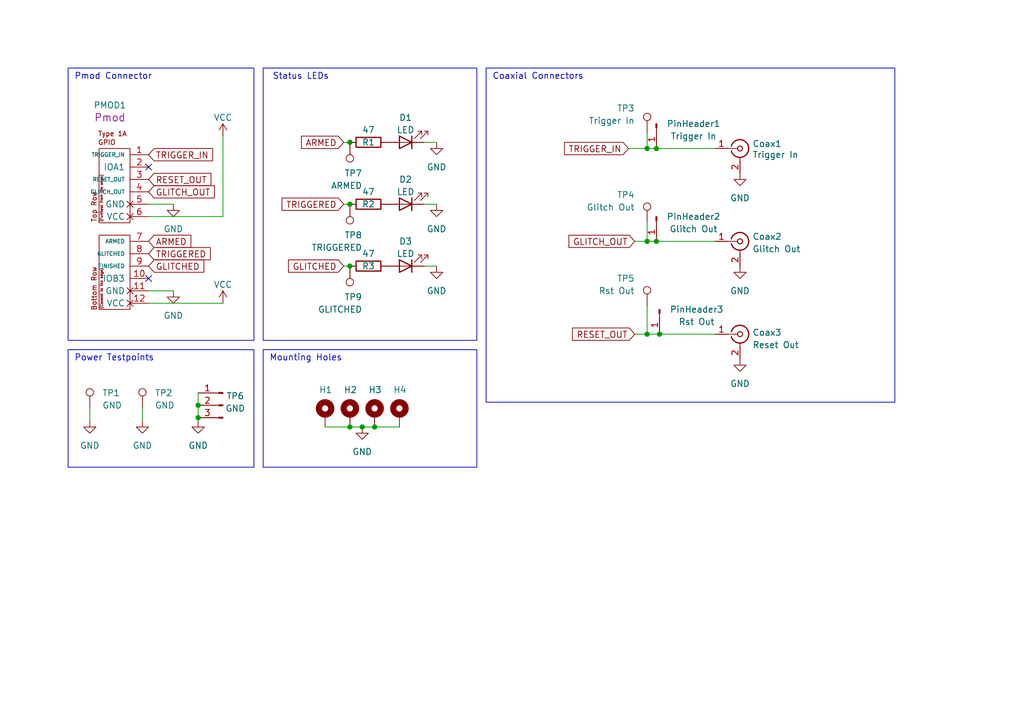
<source format=kicad_sch>
(kicad_sch (version 20230121) (generator eeschema)
  (paper "A5")
  (title_block (title "EMFI Companion") (date "2023-07-06") (rev "v0.2") (company "SEEMOO, TU Darmstadt") (comment 1 "Davide Toldo"))
  (lib_symbols
    (symbol "Connector:Conn_01x01_Male" (pin_names (offset 1.016) hide)
      (property "Reference" "J" (at 0 2.54 0))
      (property "Value" "Conn_01x01_Male" (at 0 -2.54 0))
      (symbol "Conn_01x01_Male_1_1"
        (polyline (pts (xy 1.27 0) (xy 0.8636 0)) (stroke (width 0.1524)))
        (rectangle (start 0.8636 0.127) (end 0 -0.127) (stroke (width 0.1524)) (fill (type outline)))
        (pin passive line (at 5.08 0 180) (length 3.81) (name "Pin_1") (number "1"))
      )
    )
    (symbol "Connector:Conn_01x03_Pin" (pin_names (offset 1.016) hide)
      (property "Reference" "J" (at 0 5.08 0))
      (property "Value" "Conn_01x03_Pin" (at 0 -5.08 0))
      (symbol "Conn_01x03_Pin_1_1"
        (polyline (pts (xy 1.27 -2.54) (xy 0.8636 -2.54)) (stroke (width 0.1524)))
        (polyline (pts (xy 1.27 0) (xy 0.8636 0)) (stroke (width 0.1524)))
        (polyline (pts (xy 1.27 2.54) (xy 0.8636 2.54)) (stroke (width 0.1524)))
        (rectangle (start 0.8636 -2.413) (end 0 -2.667) (stroke (width 0.1524)) (fill (type outline)))
        (rectangle (start 0.8636 0.127) (end 0 -0.127) (stroke (width 0.1524)) (fill (type outline)))
        (rectangle (start 0.8636 2.667) (end 0 2.413) (stroke (width 0.1524)) (fill (type outline)))
        (pin passive line (at 5.08 2.54 180) (length 3.81) (name "Pin_1") (number "1"))
        (pin passive line (at 5.08 0 180) (length 3.81) (name "Pin_2") (number "2"))
        (pin passive line (at 5.08 -2.54 180) (length 3.81) (name "Pin_3") (number "3"))
      )
    )
    (symbol "Connector:Conn_Coaxial" (pin_names (offset 1.016) hide)
      (property "Reference" "J" (at 0.254 3.048 0))
      (property "Value" "Conn_Coaxial" (at 2.921 0 90))
      (symbol "Conn_Coaxial_0_1"
        (arc (start -1.778 -0.508) (mid 0.2311 -1.8066) (end 1.778 0) (stroke (width 0.254)))
        (polyline (pts (xy -2.54 0) (xy -0.508 0)))
        (polyline (pts (xy 0 -2.54) (xy 0 -1.778)))
        (circle (center 0 0) (radius 0.508) (stroke (width 0.2032)))
        (arc (start 1.778 0) (mid 0.2099 1.8101) (end -1.778 0.508) (stroke (width 0.254)))
      )
      (symbol "Conn_Coaxial_1_1"
        (pin passive line (at -5.08 0 0) (length 2.54) (name "In") (number "1"))
        (pin passive line (at 0 -5.08 90) (length 2.54) (name "Ext") (number "2"))
      )
    )
    (symbol "Connector:TestPoint" (pin_numbers hide) (pin_names (offset 0.762) hide)
      (property "Reference" "TP" (at 0 6.858 0))
      (property "Value" "TestPoint" (at 0 5.08 0))
      (symbol "TestPoint_0_1"
        (circle (center 0 3.302) (radius 0.762))
      )
      (symbol "TestPoint_1_1"
        (pin passive line (at 0 0 90) (length 2.54) (name "1") (number "1"))
      )
    )
    (symbol "Device:LED" (pin_numbers hide) (pin_names (offset 1.016) hide)
      (property "Reference" "D" (at 0 2.54 0))
      (property "Value" "LED" (at 0 -2.54 0))
      (symbol "LED_0_1"
        (polyline (pts (xy -1.27 -1.27) (xy -1.27 1.27)) (stroke (width 0.254)))
        (polyline (pts (xy -1.27 0) (xy 1.27 0)))
        (polyline (pts (xy 1.27 -1.27) (xy 1.27 1.27) (xy -1.27 0) (xy 1.27 -1.27)) (stroke (width 0.254)))
        (polyline (pts (xy -3.048 -0.762) (xy -4.572 -2.286) (xy -3.81 -2.286) (xy -4.572 -2.286) (xy -4.572 -1.524)))
        (polyline (pts (xy -1.778 -0.762) (xy -3.302 -2.286) (xy -2.54 -2.286) (xy -3.302 -2.286) (xy -3.302 -1.524)))
      )
      (symbol "LED_1_1"
        (pin passive line (at -3.81 0 0) (length 2.54) (name "K") (number "1"))
        (pin passive line (at 3.81 0 180) (length 2.54) (name "A") (number "2"))
      )
    )
    (symbol "Device:R" (pin_numbers hide) (pin_names (offset 0))
      (property "Reference" "R" (at 2.032 0 90))
      (property "Value" "R" (at 0 0 90))
      (symbol "R_0_1"
        (rectangle (start -1.016 -2.54) (end 1.016 2.54) (stroke (width 0.254)))
      )
      (symbol "R_1_1"
        (pin passive line (at 0 3.81 270) (length 1.27) (name "~") (number "1"))
        (pin passive line (at 0 -3.81 90) (length 1.27) (name "~") (number "2"))
      )
    )
    (symbol "Mechanical:MountingHole_Pad" (pin_numbers hide) (pin_names (offset 1.016) hide)
      (property "Reference" "H" (at 0 6.35 0))
      (property "Value" "MountingHole_Pad" (at 0 4.445 0))
      (symbol "MountingHole_Pad_0_1"
        (circle (center 0 1.27) (radius 1.27) (stroke (width 1.27)))
      )
      (symbol "MountingHole_Pad_1_1"
        (pin input line (at 0 -2.54 90) (length 2.54) (name "1") (number "1"))
      )
    )
    (symbol "pmod:PMOD-Device-x2-Type-1A-GPIO" (pin_names (offset 1.016))
      (property "Reference" "PMOD1" (at -4.1282 24.13 0))
      (property "Datasheet" "Pmod" (at -4.1282 21.59 0))
      (symbol "PMOD-Device-x2-Type-1A-GPIO_0_0"
        (text "(Closest to the edge)" (at -5.842 -13.462 900) (effects (font (size 0.508 0.508))))
        (text "(Furthest from the edge)" (at -5.842 5.08 900) (effects (font (size 0.508 0.508))))
        (text "Bottom Row" (at -7.366 -13.462 900) (effects (font (size 0.9906 0.9906))))
        (text "GPIO" (at -6.604 16.51 0) (effects (font (size 0.9906 0.9906)) (justify left)))
        (text "Top Row" (at -7.366 3.302 900) (effects (font (size 0.9906 0.9906))))
        (text "Type 1A" (at -6.604 18.288 0) (effects (font (size 0.9906 0.9906)) (justify left)))
      )
      (symbol "PMOD-Device-x2-Type-1A-GPIO_0_1"
        (rectangle (start -6.35 -2.54) (end 0 -17.78))
        (rectangle (start 0 15.24) (end -6.35 0))
      )
      (symbol "PMOD-Device-x2-Type-1A-GPIO_1_1"
        (pin bidirectional line (at 3.81 13.97 180) (length 3.81) (name "TRIGGER_IN") (number "1"))
        (pin bidirectional line (at 3.81 -11.43 180) (length 3.81) (name "IOB3") (number "10"))
        (pin power_out non_logic (at 3.81 -13.97 180) (length 3.81) (name "GND") (number "11"))
        (pin power_out non_logic (at 3.81 -16.51 180) (length 3.81) (name "VCC") (number "12"))
        (pin bidirectional line (at 3.81 11.43 180) (length 3.81) (name "IOA1") (number "2"))
        (pin bidirectional line (at 3.81 8.89 180) (length 3.81) (name "RESET_OUT") (number "3"))
        (pin bidirectional line (at 3.81 6.35 180) (length 3.81) (name "GLITCH_OUT") (number "4"))
        (pin power_out non_logic (at 3.81 3.81 180) (length 3.81) (name "GND") (number "5"))
        (pin power_out non_logic (at 3.81 1.27 180) (length 3.81) (name "VCC") (number "6"))
        (pin bidirectional line (at 3.81 -3.81 180) (length 3.81) (name "ARMED") (number "7"))
        (pin bidirectional line (at 3.81 -6.35 180) (length 3.81) (name "GLITCHED") (number "8"))
        (pin bidirectional line (at 3.81 -8.89 180) (length 3.81) (name "FINISHED") (number "9"))
      )
    )
    (symbol "power:GND" (power) (pin_names (offset 0))
      (property "Value" "GND" (at 0 -3.81 0))
      (symbol "GND_0_1"
        (polyline (pts (xy 0 0) (xy 0 -1.27) (xy 1.27 -1.27) (xy 0 -2.54) (xy -1.27 -1.27) (xy 0 -1.27)))
      )
      (symbol "GND_1_1"
        (pin power_in line (at 0 0 270) (length 0) hide (name "GND") (number "1"))
      )
    )
    (symbol "power:VCC" (power) (pin_names (offset 0))
      (property "Value" "VCC" (at 0 3.81 0))
      (symbol "VCC_0_1"
        (polyline (pts (xy -0.762 1.27) (xy 0 2.54)))
        (polyline (pts (xy 0 0) (xy 0 2.54)))
        (polyline (pts (xy 0 2.54) (xy 0.762 1.27)))
      )
      (symbol "VCC_1_1"
        (pin power_in line (at 0 0 90) (length 0) hide (name "VCC") (number "1"))
      )
    )
  )
  (junction (at 40.64 83.185))
  (junction (at 71.755 41.91))
  (junction (at 71.755 54.61))
  (junction (at 134.62 30.48))
  (junction (at 132.715 49.53))
  (junction (at 71.755 29.21))
  (junction (at 40.64 85.725))
  (junction (at 71.755 87.63))
  (junction (at 132.715 68.58))
  (junction (at 135.255 68.58))
  (junction (at 134.62 49.53))
  (junction (at 76.835 87.63))
  (junction (at 132.715 30.48))
  (junction (at 74.295 87.63))
  (no_connect (at 30.48 34.29))
  (no_connect (at 30.48 57.15))
  (wire (pts (xy 132.715 68.58) (xy 135.255 68.58)))
  (wire (pts (xy 134.62 49.53) (xy 132.715 49.53)))
  (wire (pts (xy 66.675 87.63) (xy 71.755 87.63)))
  (wire (pts (xy 130.175 49.53) (xy 132.715 49.53)))
  (wire (pts (xy 30.48 41.91) (xy 35.56 41.91)))
  (wire (pts (xy 86.995 54.61) (xy 89.535 54.61)))
  (wire (pts (xy 45.72 44.45) (xy 30.48 44.45)))
  (wire (pts (xy 71.755 87.63) (xy 74.295 87.63)))
  (wire (pts (xy 18.415 83.82) (xy 18.415 86.36)))
  (wire (pts (xy 70.485 54.61) (xy 71.755 54.61)))
  (wire (pts (xy 132.715 30.48) (xy 134.62 30.48)))
  (wire (pts (xy 45.72 27.94) (xy 45.72 44.45)))
  (wire (pts (xy 76.835 87.63) (xy 81.915 87.63)))
  (wire (pts (xy 132.715 62.865) (xy 132.715 68.58)))
  (wire (pts (xy 30.48 59.69) (xy 35.56 59.69)))
  (wire (pts (xy 132.715 30.48) (xy 132.715 27.305)))
  (wire (pts (xy 74.295 87.63) (xy 76.835 87.63)))
  (wire (pts (xy 86.995 29.21) (xy 89.535 29.21)))
  (wire (pts (xy 70.485 41.91) (xy 71.755 41.91)))
  (wire (pts (xy 40.64 86.36) (xy 40.64 85.725)))
  (wire (pts (xy 128.905 30.48) (xy 132.715 30.48)))
  (wire (pts (xy 134.62 30.48) (xy 146.685 30.48)))
  (wire (pts (xy 29.21 83.82) (xy 29.21 86.36)))
  (wire (pts (xy 132.715 68.58) (xy 130.175 68.58)))
  (wire (pts (xy 40.64 83.185) (xy 40.64 85.725)))
  (wire (pts (xy 134.62 49.53) (xy 146.685 49.53)))
  (wire (pts (xy 40.64 80.645) (xy 40.64 83.185)))
  (wire (pts (xy 30.48 62.23) (xy 45.72 62.23)))
  (wire (pts (xy 132.715 49.53) (xy 132.715 45.72)))
  (wire (pts (xy 146.685 68.58) (xy 135.255 68.58)))
  (wire (pts (xy 86.995 41.91) (xy 89.535 41.91)))
  (wire (pts (xy 70.485 29.21) (xy 71.755 29.21)))
  (rectangle (start 13.97 13.97) (end 52.07 69.85))
  (rectangle (start 99.695 13.97) (end 183.515 82.55))
  (rectangle (start 13.97 71.755) (end 52.07 95.885))
  (rectangle (start 53.975 71.755) (end 97.79 95.885))
  (rectangle (start 53.975 13.97) (end 97.79 69.85))
  (text "Mounting Holes" (at 55.245 74.295 0) (effects (font (size 1.27 1.27)) (justify left bottom)))
  (text "Power Testpoints" (at 15.24 74.295 0) (effects (font (size 1.27 1.27)) (justify left bottom)))
  (text "Status LEDs" (at 55.88 16.51 0) (effects (font (size 1.27 1.27)) (justify left bottom)))
  (text "Pmod Connector" (at 15.24 16.51 0) (effects (font (size 1.27 1.27)) (justify left bottom)))
  (text "Coaxial Connectors" (at 100.965 16.51 0) (effects (font (size 1.27 1.27)) (justify left bottom)))
  (global_label "TRIGGER_IN" (shape input) (at 30.48 31.75 0) (property "Intersheetrefs" "${INTERSHEET_REFS}" (effects hide)))
  (global_label "GLITCH_OUT" (shape input) (at 130.175 49.53 180) (property "Intersheetrefs" "${INTERSHEET_REFS}" (effects hide)))
  (global_label "ARMED" (shape input) (at 70.485 29.21 180) (property "Intersheetrefs" "${INTERSHEET_REFS}" (effects hide)))
  (global_label "TRIGGERED" (shape input) (at 70.485 41.91 180) (property "Intersheetrefs" "${INTERSHEET_REFS}" (effects hide)))
  (global_label "TRIGGERED" (shape input) (at 30.48 52.07 0) (property "Intersheetrefs" "${INTERSHEET_REFS}" (effects hide)))
  (global_label "TRIGGER_IN" (shape input) (at 128.905 30.48 180) (property "Intersheetrefs" "${INTERSHEET_REFS}" (effects hide)))
  (global_label "RESET_OUT" (shape input) (at 30.48 36.83 0) (property "Intersheetrefs" "${INTERSHEET_REFS}" (effects hide)))
  (global_label "ARMED" (shape input) (at 30.48 49.53 0) (property "Intersheetrefs" "${INTERSHEET_REFS}" (effects hide)))
  (global_label "GLITCHED" (shape input) (at 70.485 54.61 180) (property "Intersheetrefs" "${INTERSHEET_REFS}" (effects hide)))
  (global_label "GLITCHED" (shape input) (at 30.48 54.61 0) (property "Intersheetrefs" "${INTERSHEET_REFS}" (effects hide)))
  (global_label "RESET_OUT" (shape input) (at 130.175 68.58 180) (property "Intersheetrefs" "${INTERSHEET_REFS}" (effects hide)))
  (global_label "GLITCH_OUT" (shape input) (at 30.48 39.37 0) (property "Intersheetrefs" "${INTERSHEET_REFS}" (effects hide)))
  (symbol (lib_id "Connector:Conn_Coaxial") (at 151.765 68.58 0) (unit 1)
    (property "Reference" "Coax3" (at 154.305 68.2382 0) (effects (justify left)))
    (property "Value" "Reset Out" (at 154.305 70.7782 0) (effects (justify left)))
    (property "Footprint" "Connector_Coaxial:SMB_Jack_Vertical" (effects hide))
    (property "Datasheet" " ~" (effects hide))
  )
  (symbol (lib_id "Connector:TestPoint") (at 71.755 41.91 0) (mirror x) (unit 1) (in_bom no)
    (property "Reference" "TP8" (at 74.295 48.26 0) (effects (justify right)))
    (property "Value" "TRIGGERED" (at 74.295 50.8 0) (effects (justify right)))
    (property "Footprint" "TestPoint:TestPoint_Keystone_5005-5009_Compact" (effects hide))
  )
  (symbol (lib_id "power:GND") (at 18.415 86.36 0) (unit 1)
    (property "Reference" "#PWR01" (effects hide))
    (property "Value" "GND" (at 18.415 91.44 0))
  )
  (symbol (lib_id "power:GND") (at 35.56 41.91 0) (unit 1)
    (property "Reference" "#PWR03" (effects hide))
    (property "Value" "GND" (at 35.56 46.99 0))
  )
  (symbol (lib_id "Connector:Conn_01x01_Male") (at 135.255 63.5 90) (mirror x) (unit 1)
    (property "Reference" "PinHeader3" (at 142.875 63.5 90))
    (property "Value" "Rst Out" (at 142.875 66.04 90))
    (property "Footprint" "Connector_PinHeader_2.54mm:PinHeader_1x01_P2.54mm_Vertical" (effects hide))
  )
  (symbol (lib_id "Device:R") (at 75.565 29.21 90) (unit 1)
    (property "Reference" "R1" (at 75.565 29.21 90))
    (property "Value" "47" (at 75.565 26.67 90))
    (property "Footprint" "Resistor_SMD:R_0805_2012Metric_Pad1.20x1.40mm_HandSolder" (effects hide))
  )
  (symbol (lib_id "Mechanical:MountingHole_Pad") (at 81.915 85.09 0) (unit 1) (in_bom no)
    (property "Reference" "H4" (at 80.645 80.01 0) (effects (justify left)))
    (property "Value" "H4" (effects hide))
    (property "Footprint" "MountingHole:MountingHole_3.2mm_M3_Pad_Via" (effects hide))
  )
  (symbol (lib_id "Mechanical:MountingHole_Pad") (at 66.675 85.09 0) (unit 1) (in_bom no)
    (property "Reference" "H1" (at 65.405 80.01 0) (effects (justify left)))
    (property "Value" "H1" (effects hide))
    (property "Footprint" "MountingHole:MountingHole_3.2mm_M3_Pad_Via" (effects hide))
  )
  (symbol (lib_id "Connector:TestPoint") (at 132.715 62.865 0) (mirror y) (unit 1) (in_bom no)
    (property "Reference" "TP5" (at 130.175 57.15 0) (effects (justify left)))
    (property "Value" "Rst Out" (at 130.175 59.69 0) (effects (justify left)))
    (property "Footprint" "TestPoint:TestPoint_Keystone_5005-5009_Compact" (effects hide))
  )
  (symbol (lib_id "power:GND") (at 29.21 86.36 0) (unit 1)
    (property "Reference" "#PWR02" (effects hide))
    (property "Value" "GND" (at 29.21 91.44 0))
  )
  (symbol (lib_id "Connector:TestPoint") (at 29.21 83.82 0) (unit 1) (in_bom no)
    (property "Reference" "TP2" (at 31.75 80.645 0) (effects (justify left)))
    (property "Value" "GND" (at 31.75 83.185 0) (effects (justify left)))
    (property "Footprint" "TestPoint:TestPoint_Keystone_5005-5009_Compact" (effects hide))
  )
  (symbol (lib_id "Connector:TestPoint") (at 18.415 83.82 0) (unit 1) (in_bom no)
    (property "Reference" "TP1" (at 20.955 80.645 0) (effects (justify left)))
    (property "Value" "GND" (at 20.955 83.185 0) (effects (justify left)))
    (property "Footprint" "TestPoint:TestPoint_Keystone_5005-5009_Compact" (effects hide))
  )
  (symbol (lib_id "Device:LED") (at 83.185 41.91 180) (unit 1)
    (property "Reference" "D2" (at 83.185 36.83 0))
    (property "Value" "LED" (at 83.185 39.37 0))
    (property "Footprint" "LED_SMD:LED_0805_2012Metric_Pad1.15x1.40mm_HandSolder" (effects hide))
  )
  (symbol (lib_id "Device:LED") (at 83.185 29.21 180) (unit 1)
    (property "Reference" "D1" (at 83.185 24.13 0))
    (property "Value" "LED" (at 83.185 26.67 0))
    (property "Footprint" "LED_SMD:LED_0805_2012Metric_Pad1.15x1.40mm_HandSolder" (effects hide))
  )
  (symbol (lib_id "power:GND") (at 151.765 54.61 0) (unit 1)
    (property "Reference" "#PWR08" (effects hide))
    (property "Value" "GND" (at 151.765 59.69 0))
  )
  (symbol (lib_id "Connector:TestPoint") (at 71.755 29.21 0) (mirror x) (unit 1) (in_bom no)
    (property "Reference" "TP7" (at 74.295 35.56 0) (effects (justify right)))
    (property "Value" "ARMED" (at 74.295 38.1 0) (effects (justify right)))
    (property "Footprint" "TestPoint:TestPoint_Keystone_5005-5009_Compact" (effects hide))
  )
  (symbol (lib_id "power:GND") (at 151.765 35.56 0) (unit 1)
    (property "Reference" "#PWR07" (effects hide))
    (property "Value" "GND" (at 151.765 40.64 0))
  )
  (symbol (lib_id "Device:R") (at 75.565 41.91 90) (unit 1)
    (property "Reference" "R2" (at 75.565 41.91 90))
    (property "Value" "47" (at 75.565 39.37 90))
    (property "Footprint" "Resistor_SMD:R_0805_2012Metric_Pad1.20x1.40mm_HandSolder" (effects hide))
  )
  (symbol (lib_id "Mechanical:MountingHole_Pad") (at 71.755 85.09 0) (unit 1) (in_bom no)
    (property "Reference" "H2" (at 70.485 80.01 0) (effects (justify left)))
    (property "Value" "H2" (effects hide))
    (property "Footprint" "MountingHole:MountingHole_3.2mm_M3_Pad_Via" (effects hide))
  )
  (symbol (lib_id "power:GND") (at 89.535 41.91 0) (unit 1)
    (property "Reference" "#PWR011" (effects hide))
    (property "Value" "GND" (at 89.535 46.99 0))
  )
  (symbol (lib_id "Connector:TestPoint") (at 71.755 54.61 0) (mirror x) (unit 1) (in_bom no)
    (property "Reference" "TP9" (at 74.295 60.96 0) (effects (justify right)))
    (property "Value" "GLITCHED" (at 74.295 63.5 0) (effects (justify right)))
    (property "Footprint" "TestPoint:TestPoint_Keystone_5005-5009_Compact" (effects hide))
  )
  (symbol (lib_id "Connector:TestPoint") (at 132.715 45.72 0) (unit 1) (in_bom no)
    (property "Reference" "TP4" (at 130.175 40.005 0) (effects (justify right)))
    (property "Value" "Glitch Out" (at 130.175 42.545 0) (effects (justify right)))
    (property "Footprint" "TestPoint:TestPoint_Keystone_5005-5009_Compact" (effects hide))
  )
  (symbol (lib_id "power:VCC") (at 45.72 27.94 0) (unit 1)
    (property "Reference" "#PWR05" (effects hide))
    (property "Value" "VCC" (at 45.72 24.13 0))
  )
  (symbol (lib_id "Connector:Conn_Coaxial") (at 151.765 49.53 0) (unit 1)
    (property "Reference" "Coax2" (at 154.305 48.5531 0) (effects (justify left)))
    (property "Value" "Glitch Out" (at 154.305 51.0931 0) (effects (justify left)))
    (property "Footprint" "Connector_Coaxial:SMB_Jack_Vertical" (effects hide))
    (property "Datasheet" " ~" (effects hide))
  )
  (symbol (lib_id "power:GND") (at 151.765 73.66 0) (unit 1)
    (property "Reference" "#PWR09" (effects hide))
    (property "Value" "GND" (at 151.765 78.74 0))
  )
  (symbol (lib_id "Connector:Conn_01x01_Male") (at 134.62 44.45 90) (mirror x) (unit 1)
    (property "Reference" "PinHeader2" (at 142.24 44.45 90))
    (property "Value" "Glitch Out" (at 142.24 46.99 90))
    (property "Footprint" "Connector_PinHeader_2.54mm:PinHeader_1x01_P2.54mm_Vertical" (effects hide))
  )
  (symbol (lib_id "power:GND") (at 74.295 87.63 0) (unit 1)
    (property "Reference" "#PWR015" (effects hide))
    (property "Value" "GND" (at 74.295 92.71 0))
  )
  (symbol (lib_id "Device:R") (at 75.565 54.61 90) (unit 1)
    (property "Reference" "R3" (at 75.565 54.61 90))
    (property "Value" "47" (at 75.565 52.07 90))
    (property "Footprint" "Resistor_SMD:R_0805_2012Metric_Pad1.20x1.40mm_HandSolder" (effects hide))
  )
  (symbol (lib_id "Device:LED") (at 83.185 54.61 180) (unit 1)
    (property "Reference" "D3" (at 83.185 49.53 0))
    (property "Value" "LED" (at 83.185 52.07 0))
    (property "Footprint" "LED_SMD:LED_0805_2012Metric_Pad1.15x1.40mm_HandSolder" (effects hide))
  )
  (symbol (lib_id "power:GND") (at 40.64 86.36 0) (unit 1)
    (property "Reference" "#PWR021" (effects hide))
    (property "Value" "GND" (at 40.64 91.44 0))
  )
  (symbol (lib_id "pmod:PMOD-Device-x2-Type-1A-GPIO") (at 26.67 45.72 0) (unit 1)
    (property "Reference" "PMOD1" (at 22.5418 21.59 0))
    (property "Value" "PMOD-Device-x2-Type-1A-GPIO" (effects hide))
    (property "Footprint" "pmod-conn_6x2:pmod_pin_array_6x2" (effects hide))
    (property "Datasheet" "Pmod" (at 22.5418 24.13 0) (effects (font (size 1.524 1.524))))
  )
  (symbol (lib_id "power:GND") (at 35.56 59.69 0) (unit 1)
    (property "Reference" "#PWR04" (effects hide))
    (property "Value" "GND" (at 35.56 64.77 0))
  )
  (symbol (lib_id "power:GND") (at 89.535 29.21 0) (unit 1)
    (property "Reference" "#PWR010" (effects hide))
    (property "Value" "GND" (at 89.535 34.29 0))
  )
  (symbol (lib_id "power:VCC") (at 45.72 62.23 0) (unit 1)
    (property "Reference" "#PWR06" (effects hide))
    (property "Value" "VCC" (at 45.72 58.42 0))
  )
  (symbol (lib_id "Connector:Conn_Coaxial") (at 151.765 30.48 0) (unit 1)
    (property "Reference" "Coax1" (at 154.305 29.5031 0) (effects (justify left)))
    (property "Value" "Trigger In" (at 154.305 31.75 0) (effects (justify left)))
    (property "Footprint" "Connector_Coaxial:SMB_Jack_Vertical" (effects hide))
    (property "Datasheet" " ~" (effects hide))
  )
  (symbol (lib_id "Connector:TestPoint") (at 132.715 27.305 0) (unit 1) (in_bom no)
    (property "Reference" "TP3" (at 130.175 22.225 0) (effects (justify right)))
    (property "Value" "Trigger In" (at 130.175 24.765 0) (effects (justify right)))
    (property "Footprint" "TestPoint:TestPoint_Keystone_5005-5009_Compact" (effects hide))
  )
  (symbol (lib_id "power:GND") (at 89.535 54.61 0) (unit 1)
    (property "Reference" "#PWR012" (effects hide))
    (property "Value" "GND" (at 89.535 59.69 0))
  )
  (symbol (lib_id "Connector:Conn_01x01_Male") (at 134.62 25.4 90) (mirror x) (unit 1)
    (property "Reference" "PinHeader1" (at 142.24 25.4 90))
    (property "Value" "Trigger In" (at 142.24 27.94 90))
    (property "Footprint" "Connector_PinHeader_2.54mm:PinHeader_1x01_P2.54mm_Vertical" (effects hide))
  )
  (symbol (lib_id "Connector:Conn_01x03_Pin") (at 45.72 83.185 0) (mirror y) (unit 1)
    (property "Reference" "TP6" (at 48.26 81.28 0))
    (property "Value" "GND" (at 48.26 83.82 0))
    (property "Footprint" "Connector_PinHeader_2.54mm:PinHeader_1x03_P2.54mm_Vertical" (effects hide))
  )
  (symbol (lib_id "Mechanical:MountingHole_Pad") (at 76.835 85.09 0) (unit 1) (in_bom no)
    (property "Reference" "H3" (at 75.565 80.01 0) (effects (justify left)))
    (property "Value" "H3" (effects hide))
    (property "Footprint" "MountingHole:MountingHole_3.2mm_M3_Pad_Via" (effects hide))
  )
)
</source>
